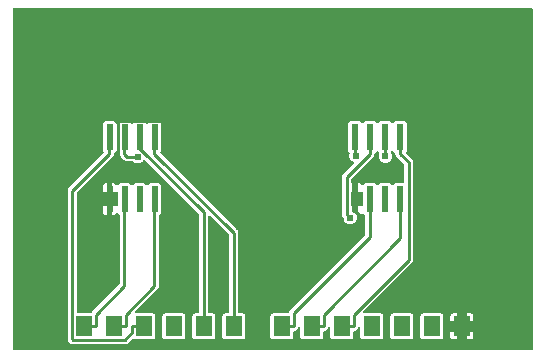
<source format=gtl>
G04 Layer: TopLayer*
G04 EasyEDA v6.5.13, 2022-08-17 10:47:09*
G04 b7dc3e68d0514606a91ca319f37642e0,153482dac41149f1974aef67bcea995d,10*
G04 Gerber Generator version 0.2*
G04 Scale: 100 percent, Rotated: No, Reflected: No *
G04 Dimensions in millimeters *
G04 leading zeros omitted , absolute positions ,4 integer and 5 decimal *
%FSLAX45Y45*%
%MOMM*%

%AMMACRO1*21,1,$1,$2,0,0,$3*%
%ADD10C,0.2540*%
%ADD11R,0.6096X2.2098*%
%ADD12MACRO1,1.7066X1.4224X90.0000*%
%ADD13MACRO1,1.7066X1.4221X90.0000*%
%ADD14MACRO1,1.7069X1.4221X90.0000*%
%ADD15R,1.4224X1.7069*%
%ADD16C,0.6100*%
%ADD17C,0.0137*%

%LPD*%
G36*
X60147Y49987D02*
G01*
X56286Y50749D01*
X52984Y52984D01*
X50749Y56286D01*
X49987Y60147D01*
X49987Y2939846D01*
X50749Y2943707D01*
X52984Y2947009D01*
X56286Y2949244D01*
X60147Y2950006D01*
X4439818Y2950006D01*
X4443730Y2949244D01*
X4447032Y2947009D01*
X4449216Y2943707D01*
X4449978Y2939846D01*
X4449978Y60147D01*
X4449216Y56286D01*
X4447032Y52984D01*
X4443730Y50749D01*
X4439818Y49987D01*
G37*

%LPC*%
G36*
X558495Y101955D02*
G01*
X994359Y101955D01*
X1002385Y102768D01*
X1009599Y104952D01*
X1016304Y108508D01*
X1022502Y113639D01*
X1056792Y147878D01*
X1059586Y149860D01*
X1062837Y150774D01*
X1066292Y150571D01*
X1069441Y149250D01*
X1075486Y145338D01*
X1080922Y143459D01*
X1087221Y142748D01*
X1228344Y142748D01*
X1234643Y143459D01*
X1240129Y145389D01*
X1245006Y148437D01*
X1249121Y152552D01*
X1252220Y157429D01*
X1254099Y162915D01*
X1254810Y169214D01*
X1254810Y338785D01*
X1254099Y345084D01*
X1252220Y350570D01*
X1249121Y355447D01*
X1245006Y359562D01*
X1240129Y362610D01*
X1234643Y364540D01*
X1228344Y365252D01*
X1094181Y365252D01*
X1090269Y366014D01*
X1086967Y368249D01*
X1084783Y371500D01*
X1084021Y375412D01*
X1084783Y379323D01*
X1086967Y382574D01*
X1274978Y570585D01*
X1280109Y576783D01*
X1283665Y583488D01*
X1285849Y590702D01*
X1286611Y598728D01*
X1286611Y1190904D01*
X1287221Y1194257D01*
X1288846Y1197203D01*
X1291386Y1199489D01*
X1294638Y1201521D01*
X1298702Y1205636D01*
X1301800Y1210513D01*
X1303680Y1215999D01*
X1304442Y1222298D01*
X1304442Y1442161D01*
X1303680Y1448460D01*
X1301800Y1453896D01*
X1298702Y1458823D01*
X1294638Y1462887D01*
X1289710Y1465986D01*
X1284274Y1467916D01*
X1277924Y1468628D01*
X1218133Y1468628D01*
X1211783Y1467916D01*
X1206347Y1465986D01*
X1201420Y1462887D01*
X1197356Y1458823D01*
X1191971Y1449933D01*
X1188567Y1447546D01*
X1184554Y1446682D01*
X1180490Y1447546D01*
X1177086Y1449933D01*
X1171702Y1458823D01*
X1167638Y1462887D01*
X1162710Y1465986D01*
X1157274Y1467916D01*
X1150924Y1468628D01*
X1091133Y1468628D01*
X1084783Y1467916D01*
X1079347Y1465986D01*
X1074420Y1462887D01*
X1070356Y1458823D01*
X1064971Y1449933D01*
X1061567Y1447546D01*
X1057554Y1446682D01*
X1053490Y1447546D01*
X1050086Y1449933D01*
X1044702Y1458823D01*
X1040637Y1462887D01*
X1035710Y1465986D01*
X1030274Y1467916D01*
X1023924Y1468628D01*
X964133Y1468628D01*
X957783Y1467916D01*
X952347Y1465986D01*
X947419Y1462887D01*
X943356Y1458823D01*
X937971Y1449933D01*
X934567Y1447546D01*
X930554Y1446682D01*
X926490Y1447546D01*
X923086Y1449933D01*
X917702Y1458823D01*
X913637Y1462887D01*
X908710Y1465986D01*
X903274Y1467916D01*
X896924Y1468628D01*
X888644Y1468628D01*
X888644Y1393799D01*
X927506Y1393799D01*
X931367Y1393037D01*
X934669Y1390853D01*
X936853Y1387551D01*
X937666Y1383639D01*
X937666Y1280769D01*
X936853Y1276908D01*
X934669Y1273606D01*
X931367Y1271371D01*
X927506Y1270609D01*
X888644Y1270609D01*
X888644Y1195832D01*
X896924Y1195832D01*
X903274Y1196543D01*
X908710Y1198422D01*
X913637Y1201521D01*
X917702Y1205636D01*
X923086Y1214475D01*
X926490Y1216863D01*
X930554Y1217726D01*
X934567Y1216863D01*
X937971Y1214475D01*
X943356Y1205636D01*
X947419Y1201521D01*
X950671Y1199489D01*
X953211Y1197203D01*
X954836Y1194257D01*
X955395Y1190904D01*
X955395Y618439D01*
X954633Y614527D01*
X952449Y611225D01*
X721868Y380695D01*
X716788Y374446D01*
X714705Y370636D01*
X712470Y367792D01*
X709320Y365912D01*
X705764Y365252D01*
X599389Y365252D01*
X595477Y366014D01*
X592175Y368249D01*
X589991Y371500D01*
X589229Y375412D01*
X589229Y1380439D01*
X589991Y1384350D01*
X592175Y1387602D01*
X893978Y1689404D01*
X899109Y1695602D01*
X902665Y1702307D01*
X904849Y1709521D01*
X905357Y1714906D01*
X906119Y1717903D01*
X907745Y1720545D01*
X910082Y1722526D01*
X913637Y1724761D01*
X917702Y1728876D01*
X923086Y1737715D01*
X926490Y1740103D01*
X930554Y1740966D01*
X934567Y1740103D01*
X937971Y1737715D01*
X943356Y1728876D01*
X947419Y1724761D01*
X950976Y1722526D01*
X953312Y1720545D01*
X954887Y1717903D01*
X955649Y1714957D01*
X956208Y1709521D01*
X958392Y1702307D01*
X961948Y1695602D01*
X967079Y1689404D01*
X991514Y1664970D01*
X997762Y1659839D01*
X1004417Y1656283D01*
X1011631Y1654098D01*
X1019657Y1653286D01*
X1061364Y1653286D01*
X1065225Y1652524D01*
X1068527Y1650339D01*
X1070152Y1648714D01*
X1078179Y1643075D01*
X1087069Y1638909D01*
X1096568Y1636369D01*
X1106373Y1635556D01*
X1116177Y1636369D01*
X1125626Y1638909D01*
X1134567Y1643075D01*
X1142593Y1648714D01*
X1149553Y1655673D01*
X1152499Y1659889D01*
X1155750Y1662836D01*
X1159916Y1664157D01*
X1164285Y1663598D01*
X1167993Y1661261D01*
X1624228Y1205026D01*
X1626412Y1201724D01*
X1627174Y1197864D01*
X1627174Y375412D01*
X1626412Y371500D01*
X1624228Y368249D01*
X1620926Y366014D01*
X1617014Y365252D01*
X1595221Y365252D01*
X1588922Y364540D01*
X1583486Y362610D01*
X1578559Y359562D01*
X1574495Y355447D01*
X1571396Y350570D01*
X1569466Y345084D01*
X1568754Y338785D01*
X1568754Y169214D01*
X1569466Y162915D01*
X1571396Y157429D01*
X1574495Y152552D01*
X1578559Y148437D01*
X1583486Y145389D01*
X1588922Y143459D01*
X1595221Y142748D01*
X1736343Y142748D01*
X1742643Y143459D01*
X1748129Y145389D01*
X1753006Y148437D01*
X1757121Y152552D01*
X1760220Y157429D01*
X1762099Y162915D01*
X1762810Y169214D01*
X1762810Y338785D01*
X1762099Y345084D01*
X1760220Y350570D01*
X1757121Y355447D01*
X1753006Y359562D01*
X1748129Y362610D01*
X1742643Y364540D01*
X1736343Y365252D01*
X1714550Y365252D01*
X1710689Y366014D01*
X1707388Y368249D01*
X1705203Y371500D01*
X1704390Y375412D01*
X1704390Y1181557D01*
X1705203Y1185418D01*
X1707388Y1188720D01*
X1710689Y1190904D01*
X1714550Y1191717D01*
X1718462Y1190904D01*
X1721764Y1188720D01*
X1878228Y1032256D01*
X1880412Y1028953D01*
X1881174Y1025093D01*
X1881174Y375412D01*
X1880412Y371500D01*
X1878228Y368249D01*
X1874926Y366014D01*
X1871014Y365252D01*
X1849221Y365252D01*
X1842922Y364540D01*
X1837486Y362610D01*
X1832559Y359562D01*
X1828495Y355447D01*
X1825396Y350570D01*
X1823466Y345084D01*
X1822754Y338785D01*
X1822754Y169214D01*
X1823466Y162915D01*
X1825396Y157429D01*
X1828495Y152552D01*
X1832559Y148437D01*
X1837486Y145389D01*
X1842922Y143459D01*
X1849221Y142748D01*
X1990343Y142748D01*
X1996643Y143459D01*
X2002129Y145389D01*
X2007006Y148437D01*
X2011121Y152552D01*
X2014220Y157429D01*
X2016099Y162915D01*
X2016810Y169214D01*
X2016810Y338785D01*
X2016099Y345084D01*
X2014220Y350570D01*
X2011121Y355447D01*
X2007006Y359562D01*
X2002129Y362610D01*
X1996643Y364540D01*
X1990343Y365252D01*
X1968550Y365252D01*
X1964689Y366014D01*
X1961388Y368249D01*
X1959203Y371500D01*
X1958390Y375412D01*
X1958390Y1044752D01*
X1957628Y1052779D01*
X1955444Y1060043D01*
X1951888Y1066698D01*
X1946757Y1072896D01*
X1301394Y1718259D01*
X1299413Y1721053D01*
X1298498Y1724304D01*
X1298651Y1727707D01*
X1299972Y1730857D01*
X1301800Y1733753D01*
X1303680Y1739239D01*
X1304442Y1745538D01*
X1304442Y1965401D01*
X1303680Y1971700D01*
X1301800Y1977136D01*
X1298702Y1982063D01*
X1294638Y1986127D01*
X1289710Y1989226D01*
X1284274Y1991156D01*
X1277924Y1991868D01*
X1218133Y1991868D01*
X1211783Y1991156D01*
X1206347Y1989226D01*
X1201420Y1986127D01*
X1197356Y1982063D01*
X1191971Y1973173D01*
X1188567Y1970786D01*
X1184554Y1969922D01*
X1180490Y1970786D01*
X1177086Y1973173D01*
X1171702Y1982063D01*
X1167638Y1986127D01*
X1162710Y1989226D01*
X1157274Y1991156D01*
X1150924Y1991868D01*
X1091133Y1991868D01*
X1084783Y1991156D01*
X1079347Y1989226D01*
X1074420Y1986127D01*
X1070356Y1982063D01*
X1064971Y1973173D01*
X1061567Y1970786D01*
X1057554Y1969922D01*
X1053490Y1970786D01*
X1050086Y1973173D01*
X1044702Y1982063D01*
X1040637Y1986127D01*
X1035710Y1989226D01*
X1030274Y1991156D01*
X1023924Y1991868D01*
X964133Y1991868D01*
X957783Y1991156D01*
X952347Y1989226D01*
X947419Y1986127D01*
X943356Y1982063D01*
X937971Y1973173D01*
X934567Y1970786D01*
X930554Y1969922D01*
X926490Y1970786D01*
X923086Y1973173D01*
X917702Y1982063D01*
X913637Y1986127D01*
X908710Y1989226D01*
X903274Y1991156D01*
X896924Y1991868D01*
X837133Y1991868D01*
X830783Y1991156D01*
X825347Y1989226D01*
X820419Y1986127D01*
X816356Y1982063D01*
X813257Y1977136D01*
X811377Y1971700D01*
X810666Y1965401D01*
X810666Y1745538D01*
X811377Y1739239D01*
X813257Y1733753D01*
X815086Y1730857D01*
X816356Y1727707D01*
X816559Y1724304D01*
X815644Y1721053D01*
X813663Y1718259D01*
X523646Y1428292D01*
X518566Y1422044D01*
X515010Y1415389D01*
X512775Y1408176D01*
X512013Y1400149D01*
X512013Y148437D01*
X512775Y140462D01*
X515010Y133197D01*
X518566Y126542D01*
X523646Y120294D01*
X530352Y113639D01*
X536600Y108508D01*
X543255Y104952D01*
X550468Y102768D01*
G37*
G36*
X3892092Y142748D02*
G01*
X3920744Y142748D01*
X3927043Y143459D01*
X3932529Y145389D01*
X3937406Y148437D01*
X3941521Y152552D01*
X3944620Y157429D01*
X3946499Y162915D01*
X3947210Y169214D01*
X3947210Y204978D01*
X3892092Y204978D01*
G37*
G36*
X3779621Y142748D02*
G01*
X3808272Y142748D01*
X3808272Y204978D01*
X3753154Y204978D01*
X3753154Y169214D01*
X3753865Y162915D01*
X3755796Y157429D01*
X3758895Y152552D01*
X3762959Y148437D01*
X3767886Y145389D01*
X3773322Y143459D01*
G37*
G36*
X3271621Y142748D02*
G01*
X3412744Y142748D01*
X3419043Y143459D01*
X3424529Y145389D01*
X3429406Y148437D01*
X3433521Y152552D01*
X3436620Y157429D01*
X3438499Y162915D01*
X3439210Y169214D01*
X3439210Y338785D01*
X3438499Y345084D01*
X3436620Y350570D01*
X3433521Y355447D01*
X3429406Y359562D01*
X3424529Y362610D01*
X3419043Y364540D01*
X3412744Y365252D01*
X3271621Y365252D01*
X3265322Y364540D01*
X3259886Y362610D01*
X3254959Y359562D01*
X3250895Y355447D01*
X3247796Y350570D01*
X3245866Y345084D01*
X3245154Y338785D01*
X3245154Y169214D01*
X3245866Y162915D01*
X3247796Y157429D01*
X3250895Y152552D01*
X3254959Y148437D01*
X3259886Y145389D01*
X3265322Y143459D01*
G37*
G36*
X3525621Y142748D02*
G01*
X3666744Y142748D01*
X3673043Y143459D01*
X3678529Y145389D01*
X3683406Y148437D01*
X3687521Y152552D01*
X3690620Y157429D01*
X3692499Y162915D01*
X3693210Y169214D01*
X3693210Y338785D01*
X3692499Y345084D01*
X3690620Y350570D01*
X3687521Y355447D01*
X3683406Y359562D01*
X3678529Y362610D01*
X3673043Y364540D01*
X3666744Y365252D01*
X3525621Y365252D01*
X3519322Y364540D01*
X3513886Y362610D01*
X3508959Y359562D01*
X3504895Y355447D01*
X3501796Y350570D01*
X3499865Y345084D01*
X3499154Y338785D01*
X3499154Y169214D01*
X3499865Y162915D01*
X3501796Y157429D01*
X3504895Y152552D01*
X3508959Y148437D01*
X3513886Y145389D01*
X3519322Y143459D01*
G37*
G36*
X1341221Y142748D02*
G01*
X1482344Y142748D01*
X1488643Y143459D01*
X1494129Y145389D01*
X1499006Y148437D01*
X1503121Y152552D01*
X1506220Y157429D01*
X1508099Y162915D01*
X1508810Y169214D01*
X1508810Y338785D01*
X1508099Y345084D01*
X1506220Y350570D01*
X1503121Y355447D01*
X1499006Y359562D01*
X1494129Y362610D01*
X1488643Y364540D01*
X1482344Y365252D01*
X1341221Y365252D01*
X1334922Y364540D01*
X1329486Y362610D01*
X1324559Y359562D01*
X1320495Y355447D01*
X1317396Y350570D01*
X1315466Y345084D01*
X1314754Y338785D01*
X1314754Y169214D01*
X1315466Y162915D01*
X1317396Y157429D01*
X1320495Y152552D01*
X1324559Y148437D01*
X1329486Y145389D01*
X1334922Y143459D01*
G37*
G36*
X2255621Y142748D02*
G01*
X2396744Y142748D01*
X2403043Y143459D01*
X2408529Y145389D01*
X2413406Y148437D01*
X2417521Y152552D01*
X2420620Y157429D01*
X2422499Y162915D01*
X2423210Y169214D01*
X2423210Y206044D01*
X2423922Y209702D01*
X2425852Y212852D01*
X2428798Y215138D01*
X2439974Y218389D01*
X2446680Y221945D01*
X2452522Y226720D01*
X2457297Y232562D01*
X2460853Y239267D01*
X2463292Y247243D01*
X2465222Y250850D01*
X2468473Y253390D01*
X2472436Y254457D01*
X2476500Y253847D01*
X2480005Y251663D01*
X2482342Y248310D01*
X2483154Y244297D01*
X2483154Y169214D01*
X2483866Y162915D01*
X2485796Y157429D01*
X2488895Y152552D01*
X2492959Y148437D01*
X2497886Y145389D01*
X2503322Y143459D01*
X2509621Y142748D01*
X2650744Y142748D01*
X2657043Y143459D01*
X2662529Y145389D01*
X2667406Y148437D01*
X2671521Y152552D01*
X2674620Y157429D01*
X2676499Y162915D01*
X2677210Y169214D01*
X2677210Y206044D01*
X2677922Y209702D01*
X2679852Y212852D01*
X2682798Y215138D01*
X2693974Y218389D01*
X2700680Y221945D01*
X2706522Y226720D01*
X2711297Y232562D01*
X2714853Y239267D01*
X2717292Y247243D01*
X2719222Y250850D01*
X2722473Y253390D01*
X2726436Y254457D01*
X2730500Y253847D01*
X2734005Y251663D01*
X2736342Y248310D01*
X2737154Y244297D01*
X2737154Y169214D01*
X2737866Y162915D01*
X2739796Y157429D01*
X2742895Y152552D01*
X2746959Y148437D01*
X2751886Y145389D01*
X2757322Y143459D01*
X2763621Y142748D01*
X2904744Y142748D01*
X2911043Y143459D01*
X2916529Y145389D01*
X2921406Y148437D01*
X2925521Y152552D01*
X2928620Y157429D01*
X2930499Y162915D01*
X2931210Y169214D01*
X2931210Y206044D01*
X2931922Y209702D01*
X2933852Y212852D01*
X2936798Y215138D01*
X2947974Y218389D01*
X2954680Y221945D01*
X2960522Y226720D01*
X2965297Y232562D01*
X2968853Y239267D01*
X2971292Y247243D01*
X2973222Y250850D01*
X2976473Y253390D01*
X2980436Y254457D01*
X2984500Y253847D01*
X2988005Y251663D01*
X2990342Y248310D01*
X2991154Y244297D01*
X2991154Y169214D01*
X2991866Y162915D01*
X2993796Y157429D01*
X2996895Y152552D01*
X3000959Y148437D01*
X3005886Y145389D01*
X3011322Y143459D01*
X3017621Y142748D01*
X3158744Y142748D01*
X3165043Y143459D01*
X3170529Y145389D01*
X3175406Y148437D01*
X3179521Y152552D01*
X3182620Y157429D01*
X3184499Y162915D01*
X3185210Y169214D01*
X3185210Y338785D01*
X3184499Y345084D01*
X3182620Y350570D01*
X3179521Y355447D01*
X3175406Y359562D01*
X3170529Y362610D01*
X3165043Y364540D01*
X3158744Y365252D01*
X3024581Y365252D01*
X3020669Y366014D01*
X3017367Y368249D01*
X3015183Y371500D01*
X3014421Y375412D01*
X3015183Y379323D01*
X3017367Y382574D01*
X3426206Y791413D01*
X3431336Y797610D01*
X3434892Y804316D01*
X3437077Y811530D01*
X3437839Y819556D01*
X3437839Y1643532D01*
X3437077Y1651558D01*
X3434892Y1658823D01*
X3431336Y1665478D01*
X3426206Y1671675D01*
X3379622Y1718259D01*
X3377641Y1721053D01*
X3376726Y1724304D01*
X3376929Y1727707D01*
X3378200Y1730857D01*
X3380028Y1733753D01*
X3381959Y1739239D01*
X3382670Y1745538D01*
X3382670Y1965401D01*
X3381959Y1971700D01*
X3380028Y1977136D01*
X3376929Y1982063D01*
X3372865Y1986127D01*
X3367938Y1989226D01*
X3362502Y1991156D01*
X3356152Y1991868D01*
X3296361Y1991868D01*
X3290011Y1991156D01*
X3284575Y1989226D01*
X3279648Y1986127D01*
X3275584Y1982063D01*
X3270199Y1973173D01*
X3266846Y1970786D01*
X3262782Y1969922D01*
X3258718Y1970786D01*
X3255314Y1973173D01*
X3249930Y1982063D01*
X3245866Y1986127D01*
X3240938Y1989226D01*
X3235502Y1991156D01*
X3229152Y1991868D01*
X3169361Y1991868D01*
X3163011Y1991156D01*
X3157575Y1989226D01*
X3152648Y1986127D01*
X3148584Y1982063D01*
X3143199Y1973173D01*
X3139846Y1970786D01*
X3135782Y1969922D01*
X3131718Y1970786D01*
X3128314Y1973173D01*
X3122930Y1982063D01*
X3118866Y1986127D01*
X3113938Y1989226D01*
X3108502Y1991156D01*
X3102152Y1991868D01*
X3042361Y1991868D01*
X3036011Y1991156D01*
X3030575Y1989226D01*
X3025648Y1986127D01*
X3021584Y1982063D01*
X3016199Y1973173D01*
X3012846Y1970786D01*
X3008782Y1969922D01*
X3004718Y1970786D01*
X3001314Y1973173D01*
X2995930Y1982063D01*
X2991866Y1986127D01*
X2986938Y1989226D01*
X2981502Y1991156D01*
X2975152Y1991868D01*
X2915361Y1991868D01*
X2909011Y1991156D01*
X2903575Y1989226D01*
X2898648Y1986127D01*
X2894584Y1982063D01*
X2891485Y1977136D01*
X2889605Y1971700D01*
X2888894Y1965401D01*
X2888894Y1745538D01*
X2889605Y1739239D01*
X2891485Y1733753D01*
X2894584Y1728876D01*
X2898140Y1725269D01*
X2900172Y1722374D01*
X2901086Y1718970D01*
X2900781Y1715465D01*
X2899003Y1708912D01*
X2898140Y1699107D01*
X2899003Y1689303D01*
X2901543Y1679854D01*
X2905709Y1670913D01*
X2911348Y1662887D01*
X2918307Y1655927D01*
X2926334Y1650288D01*
X2929940Y1648612D01*
X2933090Y1646326D01*
X2935122Y1643075D01*
X2935782Y1639214D01*
X2935020Y1635455D01*
X2932836Y1632204D01*
X2847797Y1547215D01*
X2842717Y1540967D01*
X2839161Y1534312D01*
X2836926Y1527098D01*
X2836164Y1519072D01*
X2836164Y1204518D01*
X2836926Y1196543D01*
X2839161Y1189278D01*
X2842717Y1182624D01*
X2846120Y1178458D01*
X2847644Y1175867D01*
X2848356Y1172921D01*
X2849118Y1164386D01*
X2851658Y1154887D01*
X2855823Y1145997D01*
X2861462Y1137920D01*
X2868422Y1131011D01*
X2876448Y1125372D01*
X2885338Y1121206D01*
X2894838Y1118666D01*
X2904642Y1117803D01*
X2914446Y1118666D01*
X2923895Y1121206D01*
X2932836Y1125372D01*
X2940862Y1131011D01*
X2947822Y1137920D01*
X2953461Y1145997D01*
X2957626Y1154887D01*
X2960166Y1164386D01*
X2961030Y1174191D01*
X2960065Y1184757D01*
X2960573Y1188923D01*
X2962706Y1192530D01*
X2966110Y1194968D01*
X2970225Y1195832D01*
X2975152Y1195832D01*
X2981502Y1196543D01*
X2986938Y1198422D01*
X2991866Y1201521D01*
X2995930Y1205636D01*
X3001314Y1214475D01*
X3004718Y1216863D01*
X3008782Y1217726D01*
X3012846Y1216863D01*
X3016199Y1214475D01*
X3021584Y1205636D01*
X3025648Y1201521D01*
X3028899Y1199489D01*
X3031439Y1197203D01*
X3033064Y1194257D01*
X3033623Y1190904D01*
X3033623Y1034135D01*
X3032861Y1030224D01*
X3030677Y1026921D01*
X2398268Y394563D01*
X2393188Y388315D01*
X2389632Y381660D01*
X2386380Y370840D01*
X2384145Y367893D01*
X2380945Y365912D01*
X2377287Y365252D01*
X2255621Y365252D01*
X2249322Y364540D01*
X2243886Y362610D01*
X2238959Y359562D01*
X2234895Y355447D01*
X2231796Y350570D01*
X2229866Y345084D01*
X2229154Y338785D01*
X2229154Y169214D01*
X2229866Y162915D01*
X2231796Y157429D01*
X2234895Y152552D01*
X2238959Y148437D01*
X2243886Y145389D01*
X2249322Y143459D01*
G37*
G36*
X3753154Y303022D02*
G01*
X3808272Y303022D01*
X3808272Y365252D01*
X3779621Y365252D01*
X3773322Y364540D01*
X3767886Y362610D01*
X3762959Y359562D01*
X3758895Y355447D01*
X3755796Y350570D01*
X3753865Y345084D01*
X3753154Y338785D01*
G37*
G36*
X3892092Y303022D02*
G01*
X3947210Y303022D01*
X3947210Y338785D01*
X3946499Y345084D01*
X3944620Y350570D01*
X3941521Y355447D01*
X3937406Y359562D01*
X3932529Y362610D01*
X3927043Y364540D01*
X3920744Y365252D01*
X3892092Y365252D01*
G37*
G36*
X837133Y1195832D02*
G01*
X845464Y1195832D01*
X845464Y1270609D01*
X810666Y1270609D01*
X810666Y1222298D01*
X811377Y1215999D01*
X813257Y1210513D01*
X816356Y1205636D01*
X820419Y1201521D01*
X825347Y1198422D01*
X830783Y1196543D01*
G37*
G36*
X810666Y1393799D02*
G01*
X845464Y1393799D01*
X845464Y1468628D01*
X837133Y1468628D01*
X830783Y1467916D01*
X825347Y1465986D01*
X820419Y1462887D01*
X816356Y1458823D01*
X813257Y1453896D01*
X811377Y1448460D01*
X810666Y1442161D01*
G37*

%LPD*%
G36*
X2955493Y1205382D02*
G01*
X2951480Y1206703D01*
X2940862Y1217371D01*
X2932836Y1223010D01*
X2929534Y1224534D01*
X2926435Y1226769D01*
X2924403Y1229969D01*
X2923692Y1233728D01*
X2923692Y1270609D01*
X2919628Y1271371D01*
X2916326Y1273606D01*
X2914142Y1276908D01*
X2913380Y1280769D01*
X2913380Y1383639D01*
X2914142Y1387551D01*
X2916326Y1390853D01*
X2919628Y1393037D01*
X2923692Y1393799D01*
X2923692Y1468628D01*
X2919628Y1469390D01*
X2916326Y1471574D01*
X2914142Y1474876D01*
X2913380Y1478788D01*
X2913380Y1499362D01*
X2914142Y1503273D01*
X2916326Y1506524D01*
X3099206Y1689404D01*
X3104337Y1695602D01*
X3107893Y1702307D01*
X3110077Y1709521D01*
X3110585Y1714906D01*
X3111347Y1717903D01*
X3112973Y1720545D01*
X3115310Y1722526D01*
X3118866Y1724761D01*
X3122930Y1728876D01*
X3128314Y1737715D01*
X3131718Y1740103D01*
X3135782Y1740966D01*
X3139846Y1740103D01*
X3143199Y1737715D01*
X3148584Y1728876D01*
X3151327Y1724914D01*
X3152038Y1720850D01*
X3151124Y1716887D01*
X3150362Y1715262D01*
X3147822Y1705762D01*
X3146958Y1695957D01*
X3147822Y1686153D01*
X3150362Y1676704D01*
X3154476Y1667764D01*
X3160115Y1659737D01*
X3167075Y1652778D01*
X3175152Y1647139D01*
X3184042Y1642973D01*
X3193542Y1640433D01*
X3203295Y1639620D01*
X3213100Y1640433D01*
X3222599Y1642973D01*
X3231489Y1647139D01*
X3239566Y1652778D01*
X3246475Y1659737D01*
X3252114Y1667764D01*
X3256279Y1676704D01*
X3258820Y1686153D01*
X3259683Y1695957D01*
X3258820Y1705762D01*
X3256279Y1715262D01*
X3252266Y1723847D01*
X3251352Y1728165D01*
X3252317Y1732483D01*
X3253587Y1735175D01*
X3255924Y1738375D01*
X3259378Y1740407D01*
X3263290Y1740966D01*
X3267151Y1740001D01*
X3270351Y1737614D01*
X3275584Y1728876D01*
X3279648Y1724761D01*
X3283204Y1722526D01*
X3285540Y1720545D01*
X3287115Y1717903D01*
X3287877Y1714957D01*
X3288436Y1709521D01*
X3290620Y1702307D01*
X3294176Y1695602D01*
X3299307Y1689404D01*
X3357676Y1631035D01*
X3359861Y1627733D01*
X3360623Y1623872D01*
X3360623Y1478788D01*
X3359861Y1474876D01*
X3357676Y1471574D01*
X3354374Y1469390D01*
X3350463Y1468628D01*
X3296361Y1468628D01*
X3290011Y1467916D01*
X3284575Y1465986D01*
X3279648Y1462887D01*
X3275584Y1458823D01*
X3270199Y1449933D01*
X3266846Y1447546D01*
X3262782Y1446682D01*
X3258718Y1447546D01*
X3255314Y1449933D01*
X3249930Y1458823D01*
X3245866Y1462887D01*
X3240938Y1465986D01*
X3235502Y1467916D01*
X3229152Y1468628D01*
X3169361Y1468628D01*
X3163011Y1467916D01*
X3157575Y1465986D01*
X3152648Y1462887D01*
X3148584Y1458823D01*
X3143199Y1449933D01*
X3139846Y1447546D01*
X3135782Y1446682D01*
X3131718Y1447546D01*
X3128314Y1449933D01*
X3122930Y1458823D01*
X3118866Y1462887D01*
X3113938Y1465986D01*
X3108502Y1467916D01*
X3102152Y1468628D01*
X3042361Y1468628D01*
X3036011Y1467916D01*
X3030575Y1465986D01*
X3025648Y1462887D01*
X3021584Y1458823D01*
X3016199Y1449933D01*
X3012846Y1447546D01*
X3008782Y1446682D01*
X3004718Y1447546D01*
X3001314Y1449933D01*
X2995930Y1458823D01*
X2991866Y1462887D01*
X2986938Y1465986D01*
X2981502Y1467916D01*
X2975152Y1468628D01*
X2966872Y1468628D01*
X2966872Y1393799D01*
X3005734Y1393799D01*
X3009595Y1393037D01*
X3012897Y1390853D01*
X3015081Y1387551D01*
X3015894Y1383639D01*
X3015894Y1280769D01*
X3015081Y1276908D01*
X3012897Y1273606D01*
X3009595Y1271371D01*
X3005734Y1270609D01*
X2966872Y1270609D01*
X2966872Y1215440D01*
X2965958Y1211275D01*
X2963468Y1207871D01*
X2959760Y1205738D01*
G37*

%LPD*%
D10*
X1248023Y1717047D02*
G01*
X1919803Y1045268D01*
X1919803Y254007D01*
X1248023Y1855452D02*
G01*
X1248023Y1717047D01*
X1121023Y1855452D02*
G01*
X1121023Y1762818D01*
X1665803Y1218039D01*
X1665803Y254007D01*
X867023Y1717047D02*
G01*
X550616Y1400639D01*
X550616Y147962D01*
X558007Y140571D01*
X994862Y140571D01*
X1058793Y204503D01*
X1058793Y254007D01*
X867023Y1855452D02*
G01*
X867023Y1717047D01*
X1157803Y254007D02*
G01*
X1058793Y254007D01*
X1248023Y1332212D02*
G01*
X1248023Y598228D01*
X1002837Y353042D01*
X1002837Y254007D01*
X903803Y254007D02*
G01*
X1002837Y254007D01*
X994023Y1332212D02*
G01*
X994023Y598228D01*
X748837Y353042D01*
X748837Y254007D01*
X649803Y254007D02*
G01*
X748837Y254007D01*
X3326251Y1717047D02*
G01*
X3399251Y1644048D01*
X3399251Y819056D01*
X2933237Y353042D01*
X2933237Y254007D01*
X3326251Y1855452D02*
G01*
X3326251Y1717047D01*
X2834203Y254007D02*
G01*
X2933237Y254007D01*
X3326251Y1332212D02*
G01*
X3326251Y1000056D01*
X2679237Y353042D01*
X2679237Y254007D01*
X2580203Y254007D02*
G01*
X2679237Y254007D01*
X2326203Y254007D02*
G01*
X2425237Y254007D01*
X2425237Y254007D02*
G01*
X2425237Y366910D01*
X3072251Y1013924D01*
X3072251Y1332212D01*
X3072251Y1717047D02*
G01*
X2874766Y1519562D01*
X2874766Y1204043D01*
X2904637Y1174173D01*
X3072251Y1855452D02*
G01*
X3072251Y1717047D01*
X2945251Y1855452D02*
G01*
X2945251Y1708386D01*
X2954522Y1699115D01*
X3199251Y1855452D02*
G01*
X3199251Y1700029D01*
X3203315Y1695965D01*
X994023Y1717047D02*
G01*
X1019169Y1691901D01*
X1106368Y1691901D01*
X994023Y1855452D02*
G01*
X994023Y1717047D01*
X2945251Y1332212D02*
G01*
X2945251Y1227742D01*
X2996636Y1176357D01*
X867023Y1470616D02*
G01*
X935451Y1539044D01*
X935451Y1986643D01*
X942842Y1994034D01*
X1985436Y1994034D01*
X2864098Y1115372D01*
X2935650Y1115372D01*
X2996636Y1176357D01*
X867023Y1332212D02*
G01*
X867023Y1470616D01*
D11*
G01*
X3326259Y1855457D03*
G01*
X3199259Y1855457D03*
G01*
X3072259Y1855457D03*
G01*
X2945259Y1855457D03*
G01*
X2945259Y1332217D03*
G01*
X3072259Y1332217D03*
G01*
X3199259Y1332217D03*
G01*
X3326259Y1332217D03*
G01*
X1248029Y1855457D03*
G01*
X1121029Y1855457D03*
G01*
X994029Y1855457D03*
G01*
X867029Y1855457D03*
G01*
X867029Y1332217D03*
G01*
X994029Y1332217D03*
G01*
X1121029Y1332217D03*
G01*
X1248029Y1332217D03*
D12*
G01*
X1919795Y253987D03*
G01*
X1665795Y253987D03*
G01*
X1411795Y253987D03*
D13*
G01*
X1157808Y253987D03*
G01*
X903808Y253987D03*
D14*
G01*
X649808Y254000D03*
D15*
G01*
X3850195Y254000D03*
G01*
X3596195Y254000D03*
G01*
X3342195Y254000D03*
G01*
X3088195Y254000D03*
G01*
X2834195Y254000D03*
G01*
X2580195Y254000D03*
D12*
G01*
X2326195Y253987D03*
D16*
G01*
X2996636Y1176357D03*
G01*
X1106368Y1691901D03*
G01*
X3203315Y1695965D03*
G01*
X2954522Y1699115D03*
G01*
X2904637Y1174173D03*
M02*

</source>
